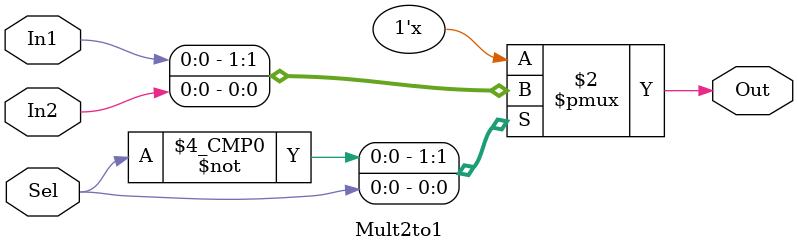
<source format=v>
module Mult2to1 (In1, In2, Sel, Out);
  input  In1, In2;
  input  Sel;
  output reg  Out;

  always @(In1, In2, Sel)
    case(Sel)
      0: Out <= In1;
      1: Out <= In2;
    endcase
endmodule
  
  
</source>
